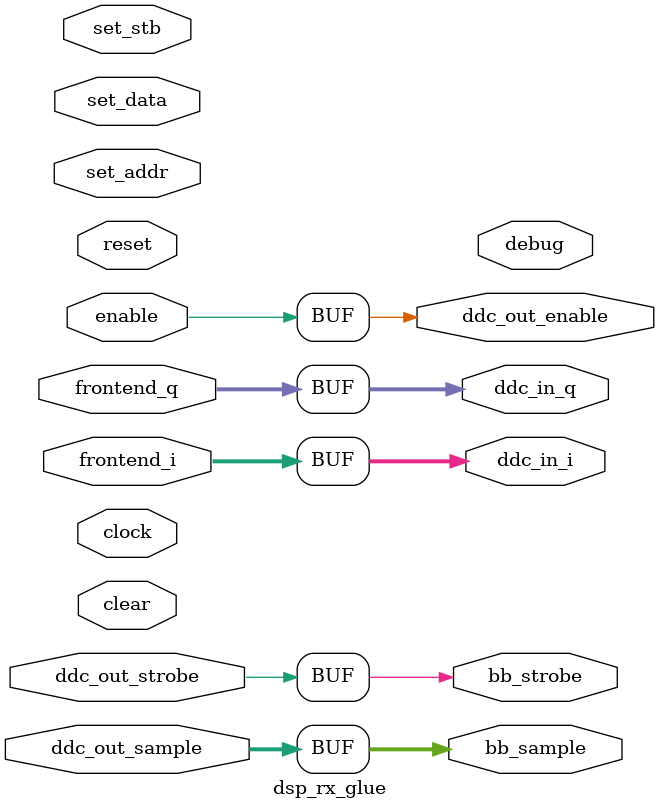
<source format=v>


module dsp_rx_glue
#(
    //the dsp unit number: 0, 1, 2...
    parameter DSPNO = 0,

    //frontend bus width
    parameter WIDTH = 24
)
(
    //control signals
    input clock, input reset, input clear, input enable,

    //user settings bus, controlled through user setting regs API
    input set_stb, input [7:0] set_addr, input [31:0] set_data,

    //full rate inputs directly from the RX frontend
    input [WIDTH-1:0] frontend_i,
    input [WIDTH-1:0] frontend_q,

    //full rate outputs directly to the DDC chain
    output [WIDTH-1:0] ddc_in_i,
    output [WIDTH-1:0] ddc_in_q,

    //strobed samples {I16,Q16} from the RX DDC chain
    input [31:0] ddc_out_sample,
    input ddc_out_strobe, //high on valid sample
    output ddc_out_enable, //enables DDC module

    //strobbed baseband samples {I16,Q16} from this module
    output [31:0] bb_sample,
    output bb_strobe, //high on valid sample

    //debug output (optional)
    output [31:0] debug
);

    generate
        if (DSPNO==0) begin
            `ifndef RX_DSP0_MODULE
            assign ddc_in_i = frontend_i;
            assign ddc_in_q = frontend_q;
            assign bb_sample = ddc_out_sample;
            assign bb_strobe = ddc_out_strobe;
            assign ddc_out_enable = enable;
            `else
            `RX_DSP0_MODULE #(.WIDTH(WIDTH)) rx_dsp0_custom
            (
                .clock(clock), .reset(reset), .clear(clear), .enable(enable),
                .set_stb(set_stb), .set_addr(set_addr), .set_data(set_data),
                .frontend_i(frontend_i), .frontend_q(frontend_q),
                .ddc_in_i(ddc_in_i), .ddc_in_q(ddc_in_q),
                .ddc_out_sample(ddc_out_sample), .ddc_out_strobe(ddc_out_strobe), .ddc_out_enable(ddc_out_enable),
                .bb_sample(bb_sample), .bb_strobe(bb_strobe)
            );
            `endif
        end
        else begin
            `ifndef RX_DSP1_MODULE
            assign ddc_in_i = frontend_i;
            assign ddc_in_q = frontend_q;
            assign bb_sample = ddc_out_sample;
            assign bb_strobe = ddc_out_strobe;
            assign ddc_out_enable = enable;
            `else
            `RX_DSP1_MODULE #(.WIDTH(WIDTH)) rx_dsp1_custom
            (
                .clock(clock), .reset(reset), .clear(clear), .enable(enable),
                .set_stb(set_stb), .set_addr(set_addr), .set_data(set_data),
                .frontend_i(frontend_i), .frontend_q(frontend_q),
                .ddc_in_i(ddc_in_i), .ddc_in_q(ddc_in_q),
                .ddc_out_sample(ddc_out_sample), .ddc_out_strobe(ddc_out_strobe), .ddc_out_enable(ddc_out_enable),
                .bb_sample(bb_sample), .bb_strobe(bb_strobe)
            );
            `endif
        end
    endgenerate

endmodule //dsp_rx_glue

</source>
